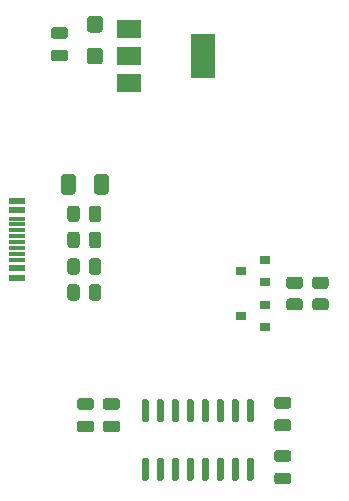
<source format=gbr>
%TF.GenerationSoftware,KiCad,Pcbnew,(5.1.9)-1*%
%TF.CreationDate,2021-09-09T22:45:53+02:00*%
%TF.ProjectId,programmer,70726f67-7261-46d6-9d65-722e6b696361,rev?*%
%TF.SameCoordinates,PX1c9c380PY4c4b400*%
%TF.FileFunction,Paste,Top*%
%TF.FilePolarity,Positive*%
%FSLAX46Y46*%
G04 Gerber Fmt 4.6, Leading zero omitted, Abs format (unit mm)*
G04 Created by KiCad (PCBNEW (5.1.9)-1) date 2021-09-09 22:45:53*
%MOMM*%
%LPD*%
G01*
G04 APERTURE LIST*
%ADD10R,1.450000X0.600000*%
%ADD11R,1.450000X0.300000*%
%ADD12R,2.000000X1.500000*%
%ADD13R,2.000000X3.800000*%
%ADD14R,0.900000X0.800000*%
G04 APERTURE END LIST*
%TO.C,R6*%
G36*
G01*
X12100000Y23150002D02*
X12100000Y22249998D01*
G75*
G02*
X11850002Y22000000I-249998J0D01*
G01*
X11324998Y22000000D01*
G75*
G02*
X11075000Y22249998I0J249998D01*
G01*
X11075000Y23150002D01*
G75*
G02*
X11324998Y23400000I249998J0D01*
G01*
X11850002Y23400000D01*
G75*
G02*
X12100000Y23150002I0J-249998D01*
G01*
G37*
G36*
G01*
X13925000Y23150002D02*
X13925000Y22249998D01*
G75*
G02*
X13675002Y22000000I-249998J0D01*
G01*
X13149998Y22000000D01*
G75*
G02*
X12900000Y22249998I0J249998D01*
G01*
X12900000Y23150002D01*
G75*
G02*
X13149998Y23400000I249998J0D01*
G01*
X13675002Y23400000D01*
G75*
G02*
X13925000Y23150002I0J-249998D01*
G01*
G37*
%TD*%
%TO.C,R5*%
G36*
G01*
X12100000Y25400002D02*
X12100000Y24499998D01*
G75*
G02*
X11850002Y24250000I-249998J0D01*
G01*
X11324998Y24250000D01*
G75*
G02*
X11075000Y24499998I0J249998D01*
G01*
X11075000Y25400002D01*
G75*
G02*
X11324998Y25650000I249998J0D01*
G01*
X11850002Y25650000D01*
G75*
G02*
X12100000Y25400002I0J-249998D01*
G01*
G37*
G36*
G01*
X13925000Y25400002D02*
X13925000Y24499998D01*
G75*
G02*
X13675002Y24250000I-249998J0D01*
G01*
X13149998Y24250000D01*
G75*
G02*
X12900000Y24499998I0J249998D01*
G01*
X12900000Y25400002D01*
G75*
G02*
X13149998Y25650000I249998J0D01*
G01*
X13675002Y25650000D01*
G75*
G02*
X13925000Y25400002I0J-249998D01*
G01*
G37*
%TD*%
D10*
%TO.C,J1*%
X6795000Y21750000D03*
X6795000Y22550000D03*
X6795000Y27450000D03*
X6795000Y28250000D03*
X6795000Y28250000D03*
X6795000Y27450000D03*
X6795000Y22550000D03*
X6795000Y21750000D03*
D11*
X6795000Y26750000D03*
X6795000Y26250000D03*
X6795000Y25750000D03*
X6795000Y24750000D03*
X6795000Y24250000D03*
X6795000Y23750000D03*
X6795000Y23250000D03*
X6795000Y25250000D03*
%TD*%
%TO.C,U2*%
G36*
G01*
X17805000Y9500000D02*
X17505000Y9500000D01*
G75*
G02*
X17355000Y9650000I0J150000D01*
G01*
X17355000Y11300000D01*
G75*
G02*
X17505000Y11450000I150000J0D01*
G01*
X17805000Y11450000D01*
G75*
G02*
X17955000Y11300000I0J-150000D01*
G01*
X17955000Y9650000D01*
G75*
G02*
X17805000Y9500000I-150000J0D01*
G01*
G37*
G36*
G01*
X19075000Y9500000D02*
X18775000Y9500000D01*
G75*
G02*
X18625000Y9650000I0J150000D01*
G01*
X18625000Y11300000D01*
G75*
G02*
X18775000Y11450000I150000J0D01*
G01*
X19075000Y11450000D01*
G75*
G02*
X19225000Y11300000I0J-150000D01*
G01*
X19225000Y9650000D01*
G75*
G02*
X19075000Y9500000I-150000J0D01*
G01*
G37*
G36*
G01*
X20345000Y9500000D02*
X20045000Y9500000D01*
G75*
G02*
X19895000Y9650000I0J150000D01*
G01*
X19895000Y11300000D01*
G75*
G02*
X20045000Y11450000I150000J0D01*
G01*
X20345000Y11450000D01*
G75*
G02*
X20495000Y11300000I0J-150000D01*
G01*
X20495000Y9650000D01*
G75*
G02*
X20345000Y9500000I-150000J0D01*
G01*
G37*
G36*
G01*
X21615000Y9500000D02*
X21315000Y9500000D01*
G75*
G02*
X21165000Y9650000I0J150000D01*
G01*
X21165000Y11300000D01*
G75*
G02*
X21315000Y11450000I150000J0D01*
G01*
X21615000Y11450000D01*
G75*
G02*
X21765000Y11300000I0J-150000D01*
G01*
X21765000Y9650000D01*
G75*
G02*
X21615000Y9500000I-150000J0D01*
G01*
G37*
G36*
G01*
X22885000Y9500000D02*
X22585000Y9500000D01*
G75*
G02*
X22435000Y9650000I0J150000D01*
G01*
X22435000Y11300000D01*
G75*
G02*
X22585000Y11450000I150000J0D01*
G01*
X22885000Y11450000D01*
G75*
G02*
X23035000Y11300000I0J-150000D01*
G01*
X23035000Y9650000D01*
G75*
G02*
X22885000Y9500000I-150000J0D01*
G01*
G37*
G36*
G01*
X24155000Y9500000D02*
X23855000Y9500000D01*
G75*
G02*
X23705000Y9650000I0J150000D01*
G01*
X23705000Y11300000D01*
G75*
G02*
X23855000Y11450000I150000J0D01*
G01*
X24155000Y11450000D01*
G75*
G02*
X24305000Y11300000I0J-150000D01*
G01*
X24305000Y9650000D01*
G75*
G02*
X24155000Y9500000I-150000J0D01*
G01*
G37*
G36*
G01*
X25425000Y9500000D02*
X25125000Y9500000D01*
G75*
G02*
X24975000Y9650000I0J150000D01*
G01*
X24975000Y11300000D01*
G75*
G02*
X25125000Y11450000I150000J0D01*
G01*
X25425000Y11450000D01*
G75*
G02*
X25575000Y11300000I0J-150000D01*
G01*
X25575000Y9650000D01*
G75*
G02*
X25425000Y9500000I-150000J0D01*
G01*
G37*
G36*
G01*
X26695000Y9500000D02*
X26395000Y9500000D01*
G75*
G02*
X26245000Y9650000I0J150000D01*
G01*
X26245000Y11300000D01*
G75*
G02*
X26395000Y11450000I150000J0D01*
G01*
X26695000Y11450000D01*
G75*
G02*
X26845000Y11300000I0J-150000D01*
G01*
X26845000Y9650000D01*
G75*
G02*
X26695000Y9500000I-150000J0D01*
G01*
G37*
G36*
G01*
X26695000Y4550000D02*
X26395000Y4550000D01*
G75*
G02*
X26245000Y4700000I0J150000D01*
G01*
X26245000Y6350000D01*
G75*
G02*
X26395000Y6500000I150000J0D01*
G01*
X26695000Y6500000D01*
G75*
G02*
X26845000Y6350000I0J-150000D01*
G01*
X26845000Y4700000D01*
G75*
G02*
X26695000Y4550000I-150000J0D01*
G01*
G37*
G36*
G01*
X25425000Y4550000D02*
X25125000Y4550000D01*
G75*
G02*
X24975000Y4700000I0J150000D01*
G01*
X24975000Y6350000D01*
G75*
G02*
X25125000Y6500000I150000J0D01*
G01*
X25425000Y6500000D01*
G75*
G02*
X25575000Y6350000I0J-150000D01*
G01*
X25575000Y4700000D01*
G75*
G02*
X25425000Y4550000I-150000J0D01*
G01*
G37*
G36*
G01*
X24155000Y4550000D02*
X23855000Y4550000D01*
G75*
G02*
X23705000Y4700000I0J150000D01*
G01*
X23705000Y6350000D01*
G75*
G02*
X23855000Y6500000I150000J0D01*
G01*
X24155000Y6500000D01*
G75*
G02*
X24305000Y6350000I0J-150000D01*
G01*
X24305000Y4700000D01*
G75*
G02*
X24155000Y4550000I-150000J0D01*
G01*
G37*
G36*
G01*
X22885000Y4550000D02*
X22585000Y4550000D01*
G75*
G02*
X22435000Y4700000I0J150000D01*
G01*
X22435000Y6350000D01*
G75*
G02*
X22585000Y6500000I150000J0D01*
G01*
X22885000Y6500000D01*
G75*
G02*
X23035000Y6350000I0J-150000D01*
G01*
X23035000Y4700000D01*
G75*
G02*
X22885000Y4550000I-150000J0D01*
G01*
G37*
G36*
G01*
X21615000Y4550000D02*
X21315000Y4550000D01*
G75*
G02*
X21165000Y4700000I0J150000D01*
G01*
X21165000Y6350000D01*
G75*
G02*
X21315000Y6500000I150000J0D01*
G01*
X21615000Y6500000D01*
G75*
G02*
X21765000Y6350000I0J-150000D01*
G01*
X21765000Y4700000D01*
G75*
G02*
X21615000Y4550000I-150000J0D01*
G01*
G37*
G36*
G01*
X20345000Y4550000D02*
X20045000Y4550000D01*
G75*
G02*
X19895000Y4700000I0J150000D01*
G01*
X19895000Y6350000D01*
G75*
G02*
X20045000Y6500000I150000J0D01*
G01*
X20345000Y6500000D01*
G75*
G02*
X20495000Y6350000I0J-150000D01*
G01*
X20495000Y4700000D01*
G75*
G02*
X20345000Y4550000I-150000J0D01*
G01*
G37*
G36*
G01*
X19075000Y4550000D02*
X18775000Y4550000D01*
G75*
G02*
X18625000Y4700000I0J150000D01*
G01*
X18625000Y6350000D01*
G75*
G02*
X18775000Y6500000I150000J0D01*
G01*
X19075000Y6500000D01*
G75*
G02*
X19225000Y6350000I0J-150000D01*
G01*
X19225000Y4700000D01*
G75*
G02*
X19075000Y4550000I-150000J0D01*
G01*
G37*
G36*
G01*
X17805000Y4550000D02*
X17505000Y4550000D01*
G75*
G02*
X17355000Y4700000I0J150000D01*
G01*
X17355000Y6350000D01*
G75*
G02*
X17505000Y6500000I150000J0D01*
G01*
X17805000Y6500000D01*
G75*
G02*
X17955000Y6350000I0J-150000D01*
G01*
X17955000Y4700000D01*
G75*
G02*
X17805000Y4550000I-150000J0D01*
G01*
G37*
%TD*%
D12*
%TO.C,U1*%
X16250000Y42800000D03*
X16250000Y38200000D03*
X16250000Y40500000D03*
D13*
X22550000Y40500000D03*
%TD*%
%TO.C,R4*%
G36*
G01*
X32950002Y18975000D02*
X32049998Y18975000D01*
G75*
G02*
X31800000Y19224998I0J249998D01*
G01*
X31800000Y19750002D01*
G75*
G02*
X32049998Y20000000I249998J0D01*
G01*
X32950002Y20000000D01*
G75*
G02*
X33200000Y19750002I0J-249998D01*
G01*
X33200000Y19224998D01*
G75*
G02*
X32950002Y18975000I-249998J0D01*
G01*
G37*
G36*
G01*
X32950002Y20800000D02*
X32049998Y20800000D01*
G75*
G02*
X31800000Y21049998I0J249998D01*
G01*
X31800000Y21575002D01*
G75*
G02*
X32049998Y21825000I249998J0D01*
G01*
X32950002Y21825000D01*
G75*
G02*
X33200000Y21575002I0J-249998D01*
G01*
X33200000Y21049998D01*
G75*
G02*
X32950002Y20800000I-249998J0D01*
G01*
G37*
%TD*%
%TO.C,R3*%
G36*
G01*
X29849998Y21825000D02*
X30750002Y21825000D01*
G75*
G02*
X31000000Y21575002I0J-249998D01*
G01*
X31000000Y21049998D01*
G75*
G02*
X30750002Y20800000I-249998J0D01*
G01*
X29849998Y20800000D01*
G75*
G02*
X29600000Y21049998I0J249998D01*
G01*
X29600000Y21575002D01*
G75*
G02*
X29849998Y21825000I249998J0D01*
G01*
G37*
G36*
G01*
X29849998Y20000000D02*
X30750002Y20000000D01*
G75*
G02*
X31000000Y19750002I0J-249998D01*
G01*
X31000000Y19224998D01*
G75*
G02*
X30750002Y18975000I-249998J0D01*
G01*
X29849998Y18975000D01*
G75*
G02*
X29600000Y19224998I0J249998D01*
G01*
X29600000Y19750002D01*
G75*
G02*
X29849998Y20000000I249998J0D01*
G01*
G37*
%TD*%
%TO.C,R2*%
G36*
G01*
X12100000Y20950002D02*
X12100000Y20049998D01*
G75*
G02*
X11850002Y19800000I-249998J0D01*
G01*
X11324998Y19800000D01*
G75*
G02*
X11075000Y20049998I0J249998D01*
G01*
X11075000Y20950002D01*
G75*
G02*
X11324998Y21200000I249998J0D01*
G01*
X11850002Y21200000D01*
G75*
G02*
X12100000Y20950002I0J-249998D01*
G01*
G37*
G36*
G01*
X13925000Y20950002D02*
X13925000Y20049998D01*
G75*
G02*
X13675002Y19800000I-249998J0D01*
G01*
X13149998Y19800000D01*
G75*
G02*
X12900000Y20049998I0J249998D01*
G01*
X12900000Y20950002D01*
G75*
G02*
X13149998Y21200000I249998J0D01*
G01*
X13675002Y21200000D01*
G75*
G02*
X13925000Y20950002I0J-249998D01*
G01*
G37*
%TD*%
%TO.C,R1*%
G36*
G01*
X12100000Y27600002D02*
X12100000Y26699998D01*
G75*
G02*
X11850002Y26450000I-249998J0D01*
G01*
X11324998Y26450000D01*
G75*
G02*
X11075000Y26699998I0J249998D01*
G01*
X11075000Y27600002D01*
G75*
G02*
X11324998Y27850000I249998J0D01*
G01*
X11850002Y27850000D01*
G75*
G02*
X12100000Y27600002I0J-249998D01*
G01*
G37*
G36*
G01*
X13925000Y27600002D02*
X13925000Y26699998D01*
G75*
G02*
X13675002Y26450000I-249998J0D01*
G01*
X13149998Y26450000D01*
G75*
G02*
X12900000Y26699998I0J249998D01*
G01*
X12900000Y27600002D01*
G75*
G02*
X13149998Y27850000I249998J0D01*
G01*
X13675002Y27850000D01*
G75*
G02*
X13925000Y27600002I0J-249998D01*
G01*
G37*
%TD*%
D14*
%TO.C,Q2*%
X27800000Y17550000D03*
X27800000Y19450000D03*
X25800000Y18500000D03*
%TD*%
%TO.C,Q1*%
X27800000Y21350000D03*
X27800000Y23250000D03*
X25800000Y22300000D03*
%TD*%
%TO.C,D1*%
G36*
G01*
X13325000Y29025000D02*
X13325000Y30275000D01*
G75*
G02*
X13575000Y30525000I250000J0D01*
G01*
X14325000Y30525000D01*
G75*
G02*
X14575000Y30275000I0J-250000D01*
G01*
X14575000Y29025000D01*
G75*
G02*
X14325000Y28775000I-250000J0D01*
G01*
X13575000Y28775000D01*
G75*
G02*
X13325000Y29025000I0J250000D01*
G01*
G37*
G36*
G01*
X10525000Y29025000D02*
X10525000Y30275000D01*
G75*
G02*
X10775000Y30525000I250000J0D01*
G01*
X11525000Y30525000D01*
G75*
G02*
X11775000Y30275000I0J-250000D01*
G01*
X11775000Y29025000D01*
G75*
G02*
X11525000Y28775000I-250000J0D01*
G01*
X10775000Y28775000D01*
G75*
G02*
X10525000Y29025000I0J250000D01*
G01*
G37*
%TD*%
%TO.C,C6*%
G36*
G01*
X29775000Y6150000D02*
X28825000Y6150000D01*
G75*
G02*
X28575000Y6400000I0J250000D01*
G01*
X28575000Y6900000D01*
G75*
G02*
X28825000Y7150000I250000J0D01*
G01*
X29775000Y7150000D01*
G75*
G02*
X30025000Y6900000I0J-250000D01*
G01*
X30025000Y6400000D01*
G75*
G02*
X29775000Y6150000I-250000J0D01*
G01*
G37*
G36*
G01*
X29775000Y4250000D02*
X28825000Y4250000D01*
G75*
G02*
X28575000Y4500000I0J250000D01*
G01*
X28575000Y5000000D01*
G75*
G02*
X28825000Y5250000I250000J0D01*
G01*
X29775000Y5250000D01*
G75*
G02*
X30025000Y5000000I0J-250000D01*
G01*
X30025000Y4500000D01*
G75*
G02*
X29775000Y4250000I-250000J0D01*
G01*
G37*
%TD*%
%TO.C,C5*%
G36*
G01*
X28825000Y9750000D02*
X29775000Y9750000D01*
G75*
G02*
X30025000Y9500000I0J-250000D01*
G01*
X30025000Y9000000D01*
G75*
G02*
X29775000Y8750000I-250000J0D01*
G01*
X28825000Y8750000D01*
G75*
G02*
X28575000Y9000000I0J250000D01*
G01*
X28575000Y9500000D01*
G75*
G02*
X28825000Y9750000I250000J0D01*
G01*
G37*
G36*
G01*
X28825000Y11650000D02*
X29775000Y11650000D01*
G75*
G02*
X30025000Y11400000I0J-250000D01*
G01*
X30025000Y10900000D01*
G75*
G02*
X29775000Y10650000I-250000J0D01*
G01*
X28825000Y10650000D01*
G75*
G02*
X28575000Y10900000I0J250000D01*
G01*
X28575000Y11400000D01*
G75*
G02*
X28825000Y11650000I250000J0D01*
G01*
G37*
%TD*%
%TO.C,C4*%
G36*
G01*
X12125000Y9650000D02*
X13075000Y9650000D01*
G75*
G02*
X13325000Y9400000I0J-250000D01*
G01*
X13325000Y8900000D01*
G75*
G02*
X13075000Y8650000I-250000J0D01*
G01*
X12125000Y8650000D01*
G75*
G02*
X11875000Y8900000I0J250000D01*
G01*
X11875000Y9400000D01*
G75*
G02*
X12125000Y9650000I250000J0D01*
G01*
G37*
G36*
G01*
X12125000Y11550000D02*
X13075000Y11550000D01*
G75*
G02*
X13325000Y11300000I0J-250000D01*
G01*
X13325000Y10800000D01*
G75*
G02*
X13075000Y10550000I-250000J0D01*
G01*
X12125000Y10550000D01*
G75*
G02*
X11875000Y10800000I0J250000D01*
G01*
X11875000Y11300000D01*
G75*
G02*
X12125000Y11550000I250000J0D01*
G01*
G37*
%TD*%
%TO.C,C3*%
G36*
G01*
X14325000Y9650000D02*
X15275000Y9650000D01*
G75*
G02*
X15525000Y9400000I0J-250000D01*
G01*
X15525000Y8900000D01*
G75*
G02*
X15275000Y8650000I-250000J0D01*
G01*
X14325000Y8650000D01*
G75*
G02*
X14075000Y8900000I0J250000D01*
G01*
X14075000Y9400000D01*
G75*
G02*
X14325000Y9650000I250000J0D01*
G01*
G37*
G36*
G01*
X14325000Y11550000D02*
X15275000Y11550000D01*
G75*
G02*
X15525000Y11300000I0J-250000D01*
G01*
X15525000Y10800000D01*
G75*
G02*
X15275000Y10550000I-250000J0D01*
G01*
X14325000Y10550000D01*
G75*
G02*
X14075000Y10800000I0J250000D01*
G01*
X14075000Y11300000D01*
G75*
G02*
X14325000Y11550000I250000J0D01*
G01*
G37*
%TD*%
%TO.C,C2*%
G36*
G01*
X13825001Y42500000D02*
X12974999Y42500000D01*
G75*
G02*
X12725000Y42749999I0J249999D01*
G01*
X12725000Y43650001D01*
G75*
G02*
X12974999Y43900000I249999J0D01*
G01*
X13825001Y43900000D01*
G75*
G02*
X14075000Y43650001I0J-249999D01*
G01*
X14075000Y42749999D01*
G75*
G02*
X13825001Y42500000I-249999J0D01*
G01*
G37*
G36*
G01*
X13825001Y39800000D02*
X12974999Y39800000D01*
G75*
G02*
X12725000Y40049999I0J249999D01*
G01*
X12725000Y40950001D01*
G75*
G02*
X12974999Y41200000I249999J0D01*
G01*
X13825001Y41200000D01*
G75*
G02*
X14075000Y40950001I0J-249999D01*
G01*
X14075000Y40049999D01*
G75*
G02*
X13825001Y39800000I-249999J0D01*
G01*
G37*
%TD*%
%TO.C,C1*%
G36*
G01*
X10875000Y41950000D02*
X9925000Y41950000D01*
G75*
G02*
X9675000Y42200000I0J250000D01*
G01*
X9675000Y42700000D01*
G75*
G02*
X9925000Y42950000I250000J0D01*
G01*
X10875000Y42950000D01*
G75*
G02*
X11125000Y42700000I0J-250000D01*
G01*
X11125000Y42200000D01*
G75*
G02*
X10875000Y41950000I-250000J0D01*
G01*
G37*
G36*
G01*
X10875000Y40050000D02*
X9925000Y40050000D01*
G75*
G02*
X9675000Y40300000I0J250000D01*
G01*
X9675000Y40800000D01*
G75*
G02*
X9925000Y41050000I250000J0D01*
G01*
X10875000Y41050000D01*
G75*
G02*
X11125000Y40800000I0J-250000D01*
G01*
X11125000Y40300000D01*
G75*
G02*
X10875000Y40050000I-250000J0D01*
G01*
G37*
%TD*%
M02*

</source>
